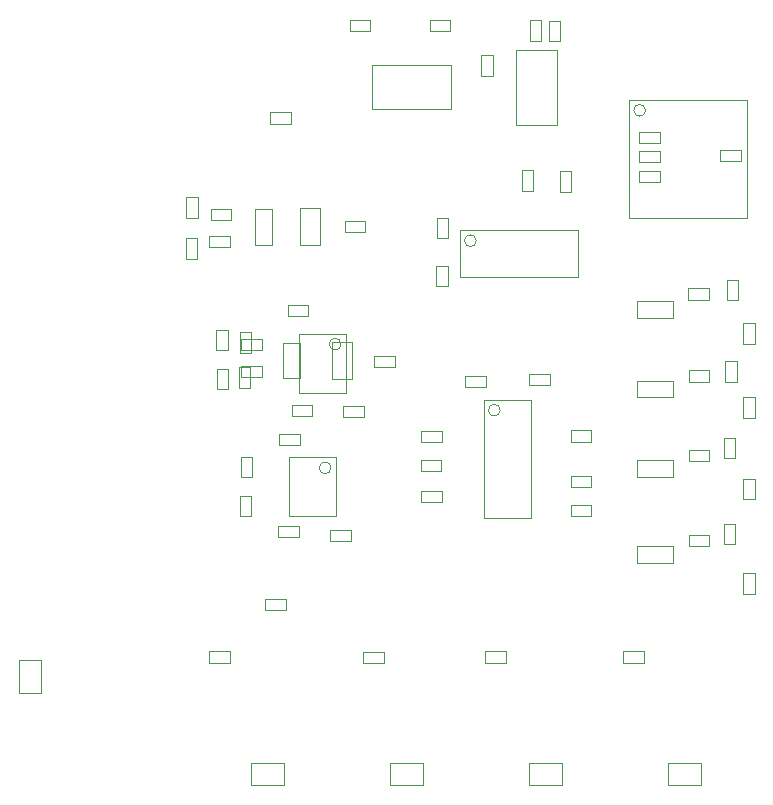
<source format=gbr>
%TF.GenerationSoftware,Altium Limited,Altium Designer,19.1.8 (144)*%
G04 Layer_Color=16711935*
%FSLAX26Y26*%
%MOIN*%
%TF.FileFunction,Other,Mechanical_13*%
%TF.Part,Single*%
G01*
G75*
%TA.AperFunction,NonConductor*%
%ADD70C,0.003937*%
D70*
X1366617Y1657594D02*
G03*
X1366617Y1657594I-19685J0D01*
G01*
X1400210Y2070083D02*
G03*
X1400210Y2070083I-19685J0D01*
G01*
X1850811Y2415186D02*
G03*
X1850811Y2415186I-19685J0D01*
G01*
X2415070Y2849650D02*
G03*
X2415070Y2849650I-19685J0D01*
G01*
X1930328Y1850163D02*
G03*
X1930328Y1850163I-19685J0D01*
G01*
X1363183Y1414519D02*
X1432081D01*
X1363183Y1451920D02*
X1432081D01*
X1363183Y1414519D02*
Y1451920D01*
X1432081Y1414519D02*
Y1451920D01*
X1190443Y1463085D02*
X1259341D01*
X1190443Y1425684D02*
X1259341D01*
Y1463085D01*
X1190443Y1425684D02*
Y1463085D01*
X1406496Y1825787D02*
X1475394D01*
X1406496Y1863189D02*
X1475394D01*
X1406496Y1825787D02*
Y1863189D01*
X1475394Y1825787D02*
Y1863189D01*
X1234837Y1867024D02*
X1303735D01*
X1234837Y1829623D02*
X1303735D01*
Y1867024D01*
X1234837Y1829623D02*
Y1867024D01*
X2663133Y2717874D02*
X2732031D01*
X2663133Y2680473D02*
X2732031D01*
Y2717874D01*
X2663133Y2680473D02*
Y2717874D01*
X2394096Y2610720D02*
X2462993D01*
X2394096Y2648121D02*
X2462993D01*
X2394096Y2610720D02*
Y2648121D01*
X2462993Y2610720D02*
Y2648121D01*
X2393702Y2739318D02*
X2462599D01*
X2393702Y2776719D02*
X2462599D01*
X2393702Y2739318D02*
Y2776719D01*
X2462599Y2739318D02*
Y2776719D01*
X2393626Y2675773D02*
X2462524D01*
X2393626Y2713174D02*
X2462524D01*
X2393626Y2675773D02*
Y2713174D01*
X2462524Y2675773D02*
Y2713174D01*
X1718883Y2423062D02*
Y2491960D01*
X1756285Y2423062D02*
Y2491960D01*
X1718883D02*
X1756285D01*
X1718883Y2423062D02*
X1756285D01*
X1755413Y2263260D02*
Y2332158D01*
X1718012Y2263260D02*
Y2332158D01*
Y2263260D02*
X1755413D01*
X1718012Y2332158D02*
X1755413D01*
X1428581Y3151562D02*
X1497479D01*
X1428581Y3114161D02*
X1497479D01*
Y3151562D01*
X1428581Y3114161D02*
Y3151562D01*
X1695233Y3113760D02*
X1764131D01*
X1695233Y3151161D02*
X1764131D01*
X1695233Y3113760D02*
Y3151161D01*
X1764131Y3113760D02*
Y3151161D01*
X2600669Y599882D02*
Y674685D01*
X2490433Y599882D02*
Y674685D01*
X2600669D01*
X2490433Y599882D02*
X2600669D01*
X326552Y907676D02*
X401355D01*
X326552Y1017913D02*
X401355D01*
Y907676D02*
Y1017913D01*
X326552Y907676D02*
Y1017913D01*
X1674003Y599882D02*
Y674685D01*
X1563766Y599882D02*
Y674685D01*
X1674003D01*
X1563766Y599882D02*
X1674003D01*
X2137336D02*
Y674685D01*
X2027100Y599882D02*
Y674685D01*
X2137336D01*
X2027100Y599882D02*
X2137336D01*
X1210669D02*
Y674685D01*
X1100433Y599882D02*
Y674685D01*
X1210669D01*
X1100433Y599882D02*
X1210669D01*
X1067387Y1625825D02*
Y1694722D01*
X1104789Y1625825D02*
Y1694722D01*
X1067387D02*
X1104789D01*
X1067387Y1625825D02*
X1104789D01*
X1063519Y1495844D02*
Y1564742D01*
X1100921Y1495844D02*
Y1564742D01*
X1063519D02*
X1100921D01*
X1063519Y1495844D02*
X1100921D01*
X1193021Y1734562D02*
X1261919D01*
X1193021Y1771963D02*
X1261919D01*
X1193021Y1734562D02*
Y1771963D01*
X1261919Y1734562D02*
Y1771963D01*
X1221577Y2163135D02*
X1290475D01*
X1221577Y2200536D02*
X1290475D01*
X1221577Y2163135D02*
Y2200536D01*
X1290475Y2163135D02*
Y2200536D01*
X1062896Y2040414D02*
Y2109312D01*
X1100298Y2040414D02*
Y2109312D01*
X1062896D02*
X1100298D01*
X1062896Y2040414D02*
X1100298D01*
X1060736Y1924955D02*
Y1993853D01*
X1098138Y1924955D02*
Y1993853D01*
X1060736D02*
X1098138D01*
X1060736Y1924955D02*
X1098138D01*
X2168139Y2577630D02*
Y2646528D01*
X2130737Y2577630D02*
Y2646528D01*
Y2577630D02*
X2168139D01*
X2130737Y2646528D02*
X2168139D01*
X2040262Y2581744D02*
Y2650641D01*
X2002860Y2581744D02*
Y2650641D01*
Y2581744D02*
X2040262D01*
X2002860Y2650641D02*
X2040262D01*
X1382365Y1496176D02*
Y1693027D01*
X1224885Y1496176D02*
Y1693027D01*
X1382365D01*
X1224885Y1496176D02*
X1382365D01*
X1415958Y1908665D02*
Y2105516D01*
X1258478Y1908665D02*
Y2105516D01*
X1415958D01*
X1258478Y1908665D02*
X1415958D01*
X2189394Y2293138D02*
Y2450619D01*
X1795693Y2293138D02*
Y2450619D01*
Y2293138D02*
X2189394D01*
X1795693Y2450619D02*
X2189394D01*
X1905371Y2965072D02*
Y3033969D01*
X1867969Y2965072D02*
Y3033969D01*
X1905371D01*
X1867969Y2965072D02*
X1905371D01*
X1813117Y1963867D02*
X1882015D01*
X1813117Y1926466D02*
X1882015D01*
X1813117D02*
Y1963867D01*
X1882015Y1926466D02*
Y1963867D01*
X2027278Y1933394D02*
X2096176D01*
X2027278Y1970795D02*
X2096176D01*
Y1933394D02*
Y1970795D01*
X2027278Y1933394D02*
Y1970795D01*
X1411872Y2481230D02*
X1480770D01*
X1411872Y2443829D02*
X1480770D01*
X1411872D02*
Y2481230D01*
X1480770Y2443829D02*
Y2481230D01*
X1510304Y2031355D02*
X1579202D01*
X1510304Y1993954D02*
X1579202D01*
X1510304D02*
Y2031355D01*
X1579202Y1993954D02*
Y2031355D01*
X1113524Y2399419D02*
Y2519104D01*
X1168642Y2399419D02*
Y2519104D01*
X1113524D02*
X1168642D01*
X1113524Y2399419D02*
X1168642D01*
X1208074Y1955757D02*
Y2075443D01*
X1263192Y1955757D02*
Y2075443D01*
X1208074D02*
X1263192D01*
X1208074Y1955757D02*
X1263192D01*
X2387258Y1397155D02*
X2506943D01*
X2387258Y1342036D02*
X2506943D01*
Y1397155D01*
X2387258Y1342036D02*
Y1397155D01*
Y1682722D02*
X2506943D01*
X2387258Y1627604D02*
X2506943D01*
Y1682722D01*
X2387258Y1627604D02*
Y1682722D01*
Y1948767D02*
X2506943D01*
X2387258Y1893649D02*
X2506943D01*
Y1948767D01*
X2387258Y1893649D02*
Y1948767D01*
Y2212344D02*
X2506943D01*
X2387258Y2157226D02*
X2506943D01*
Y2212344D01*
X2387258Y2157226D02*
Y2212344D01*
X2741215Y1238813D02*
Y1307711D01*
X2778617Y1238813D02*
Y1307711D01*
X2741215Y1238813D02*
X2778617D01*
X2741215Y1307711D02*
X2778617D01*
X2558667Y1396735D02*
X2627565D01*
X2558667Y1434136D02*
X2627565D01*
Y1396735D02*
Y1434136D01*
X2558667Y1396735D02*
Y1434136D01*
X2674950Y1402567D02*
Y1471464D01*
X2712352Y1402567D02*
Y1471464D01*
X2674950Y1402567D02*
X2712352D01*
X2674950Y1471464D02*
X2712352D01*
X2558667Y1680137D02*
X2627565D01*
X2558667Y1717538D02*
X2627565D01*
Y1680137D02*
Y1717538D01*
X2558667Y1680137D02*
Y1717538D01*
X2676969Y1689979D02*
Y1758877D01*
X2714371Y1689979D02*
Y1758877D01*
X2676969Y1689979D02*
X2714371D01*
X2676969Y1758877D02*
X2714371D01*
X2741215Y1552723D02*
Y1621620D01*
X2778617Y1552723D02*
Y1621620D01*
X2741215Y1552723D02*
X2778617D01*
X2741215Y1621620D02*
X2778617D01*
X2681203Y1945264D02*
Y2014162D01*
X2718605Y1945264D02*
Y2014162D01*
X2681203Y1945264D02*
X2718605D01*
X2681203Y2014162D02*
X2718605D01*
X2741215Y1823850D02*
Y1892748D01*
X2778617Y1823850D02*
Y1892748D01*
X2741215Y1823850D02*
X2778617D01*
X2741215Y1892748D02*
X2778617D01*
X2558667Y1945327D02*
X2627565D01*
X2558667Y1982728D02*
X2627565D01*
Y1945327D02*
Y1982728D01*
X2558667Y1945327D02*
Y1982728D01*
X2741215Y2070369D02*
Y2139266D01*
X2778617Y2070369D02*
Y2139266D01*
X2741215Y2070369D02*
X2778617D01*
X2741215Y2139266D02*
X2778617D01*
X2686912Y2216335D02*
Y2285233D01*
X2724314Y2216335D02*
Y2285233D01*
X2686912Y2216335D02*
X2724314D01*
X2686912Y2285233D02*
X2724314D01*
X2557087Y2218504D02*
X2625984D01*
X2557087Y2255905D02*
X2625984D01*
Y2218504D02*
Y2255905D01*
X2557087Y2218504D02*
Y2255905D01*
X1667321Y1743328D02*
X1736219D01*
X1667321Y1780729D02*
X1736219D01*
Y1743328D02*
Y1780729D01*
X1667321Y1743328D02*
Y1780729D01*
X1023587Y1920002D02*
Y1988900D01*
X986185Y1920002D02*
Y1988900D01*
X1023587D01*
X986185Y1920002D02*
X1023587D01*
X984492Y2049640D02*
Y2118537D01*
X1021894Y2049640D02*
Y2118537D01*
X984492Y2049640D02*
X1021894D01*
X984492Y2118537D02*
X1021894D01*
X965790Y2483219D02*
X1034688D01*
X965790Y2520620D02*
X1034688D01*
Y2483219D02*
Y2520620D01*
X965790Y2483219D02*
Y2520620D01*
X960574Y2394693D02*
X1029472D01*
X960574Y2432094D02*
X1029472D01*
Y2394693D02*
Y2432094D01*
X960574Y2394693D02*
Y2432094D01*
X1067913Y2049213D02*
X1136811D01*
X1067913Y2086614D02*
X1136811D01*
Y2049213D02*
Y2086614D01*
X1067913Y2049213D02*
Y2086614D01*
X1066471Y1959064D02*
X1135369D01*
X1066471Y1996465D02*
X1135369D01*
Y1959064D02*
Y1996465D01*
X1066471Y1959064D02*
Y1996465D01*
X2359952Y2491382D02*
X2753653D01*
X2359952Y2885083D02*
X2753653D01*
Y2491382D02*
Y2885083D01*
X2359952Y2491382D02*
Y2885083D01*
X1875210Y1491895D02*
X2032690D01*
X1875210Y1885596D02*
X2032690D01*
Y1491895D02*
Y1885596D01*
X1875210Y1491895D02*
Y1885596D01*
X1264044Y2402175D02*
X1330973D01*
X1264044Y2524223D02*
X1330973D01*
Y2402175D02*
Y2524223D01*
X1264044Y2402175D02*
Y2524223D01*
X1369910Y1953748D02*
X1436839D01*
X1369910Y2075795D02*
X1436839D01*
Y1953748D02*
Y2075795D01*
X1369910Y1953748D02*
Y2075795D01*
X1503661Y2854449D02*
Y3000118D01*
X1767441Y2854449D02*
Y3000118D01*
X1503661Y2854449D02*
X1767441D01*
X1503661Y3000118D02*
X1767441D01*
X1983495Y2800785D02*
X2118534D01*
X1983495D02*
Y3050785D01*
X2118534Y2800785D02*
Y3050785D01*
X1983495D02*
X2118534D01*
X2128949Y3080034D02*
Y3148931D01*
X2091547Y3080034D02*
Y3148931D01*
X2128949D01*
X2091547Y3080034D02*
X2128949D01*
X1164053Y2805478D02*
X1232951D01*
X1164053Y2842879D02*
X1232951D01*
Y2805478D02*
Y2842879D01*
X1164053Y2805478D02*
Y2842879D01*
X920987Y2355102D02*
Y2423999D01*
X883585Y2355102D02*
Y2423999D01*
X920987D01*
X883585Y2355102D02*
X920987D01*
X884445Y2491358D02*
Y2560256D01*
X921847Y2491358D02*
Y2560256D01*
X884445Y2491358D02*
X921847D01*
X884445Y2560256D02*
X921847D01*
X2341102Y1045984D02*
X2410000D01*
X2341102Y1008583D02*
X2410000D01*
X2341102D02*
Y1045984D01*
X2410000Y1008583D02*
Y1045984D01*
X1881102D02*
X1950000D01*
X1881102Y1008583D02*
X1950000D01*
X1881102D02*
Y1045984D01*
X1950000Y1008583D02*
Y1045984D01*
X961102D02*
X1030000D01*
X961102Y1008583D02*
X1030000D01*
X961102D02*
Y1045984D01*
X1030000Y1008583D02*
Y1045984D01*
X1665784Y1647298D02*
X1734682D01*
X1665784Y1684699D02*
X1734682D01*
Y1647298D02*
Y1684699D01*
X1665784Y1647298D02*
Y1684699D01*
X1666552Y1544354D02*
X1735450D01*
X1666552Y1581755D02*
X1735450D01*
Y1544354D02*
Y1581755D01*
X1666552Y1544354D02*
Y1581755D01*
X2165421Y1533167D02*
X2234319D01*
X2165421Y1495766D02*
X2234319D01*
X2165421D02*
Y1533167D01*
X2234319Y1495766D02*
Y1533167D01*
X2165421Y1631725D02*
X2234319D01*
X2165421Y1594324D02*
X2234319D01*
X2165421D02*
Y1631725D01*
X2234319Y1594324D02*
Y1631725D01*
X2165421Y1782446D02*
X2234319D01*
X2165421Y1745045D02*
X2234319D01*
X2165421D02*
Y1782446D01*
X2234319Y1745045D02*
Y1782446D01*
X1147922Y1221013D02*
X1216820D01*
X1147922Y1183612D02*
X1216820D01*
X1147922D02*
Y1221013D01*
X1216820Y1183612D02*
Y1221013D01*
X1472698Y1043563D02*
X1541595D01*
X1472698Y1006162D02*
X1541595D01*
X1472698D02*
Y1043563D01*
X1541595Y1006162D02*
Y1043563D01*
X2065663Y3080892D02*
Y3149790D01*
X2028261Y3080892D02*
Y3149790D01*
X2065663D01*
X2028261Y3080892D02*
X2065663D01*
%TF.MD5,5ebafc94331c6b65edf485623ee80a05*%
M02*

</source>
